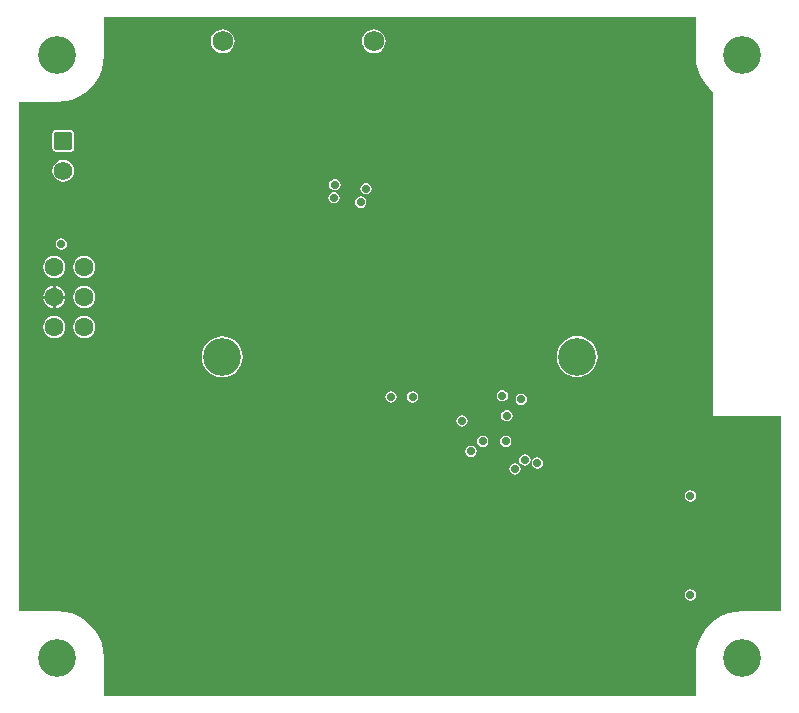
<source format=gbr>
%TF.GenerationSoftware,Altium Limited,Altium Designer,20.1.8 (145)*%
G04 Layer_Physical_Order=3*
G04 Layer_Color=16440176*
%FSLAX45Y45*%
%MOMM*%
%TF.SameCoordinates,F34F671C-B0F6-4AC1-94B4-1D61ADA518EE*%
%TF.FilePolarity,Positive*%
%TF.FileFunction,Copper,L3,Inr,Signal*%
%TF.Part,Single*%
G01*
G75*
%TA.AperFunction,ComponentPad*%
G04:AMPARAMS|DCode=32|XSize=1.58mm|YSize=1.58mm|CornerRadius=0.158mm|HoleSize=0mm|Usage=FLASHONLY|Rotation=0.000|XOffset=0mm|YOffset=0mm|HoleType=Round|Shape=RoundedRectangle|*
%AMROUNDEDRECTD32*
21,1,1.58000,1.26400,0,0,0.0*
21,1,1.26400,1.58000,0,0,0.0*
1,1,0.31600,0.63200,-0.63200*
1,1,0.31600,-0.63200,-0.63200*
1,1,0.31600,-0.63200,0.63200*
1,1,0.31600,0.63200,0.63200*
%
%ADD32ROUNDEDRECTD32*%
%ADD33C,1.58000*%
%ADD34C,3.20000*%
%ADD35C,1.75000*%
%ADD36C,1.50000*%
%ADD37C,1.60000*%
%TA.AperFunction,WasherPad*%
%ADD38C,3.20000*%
%TA.AperFunction,ViaPad*%
%ADD39C,0.70000*%
G36*
X5756872Y5450000D02*
X5756005D01*
X5760856Y5388365D01*
X5775289Y5328249D01*
X5798948Y5271130D01*
X5831251Y5218416D01*
X5871404Y5171403D01*
X5904127Y5143455D01*
Y4774116D01*
X5904104Y4774000D01*
Y3274000D01*
X5904127Y3273886D01*
X5904127Y2400000D01*
X6474104Y2400000D01*
Y743128D01*
X6150000D01*
Y743995D01*
X6088366Y739144D01*
X6028249Y724711D01*
X5971130Y701052D01*
X5918416Y668748D01*
X5871404Y628596D01*
X5831251Y581584D01*
X5798948Y528870D01*
X5775289Y471751D01*
X5760856Y411634D01*
X5756005Y350000D01*
X5756872D01*
Y25896D01*
X743128D01*
Y350000D01*
X743995D01*
X739144Y411634D01*
X724711Y471751D01*
X701052Y528870D01*
X668748Y581584D01*
X628596Y628596D01*
X581584Y668748D01*
X528870Y701052D01*
X471751Y724711D01*
X411634Y739144D01*
X350000Y743995D01*
Y743128D01*
X25896D01*
X25897Y5056872D01*
X350000D01*
Y5056005D01*
X411634Y5060856D01*
X471751Y5075289D01*
X528870Y5098948D01*
X581584Y5131251D01*
X628596Y5171403D01*
X668748Y5218416D01*
X701052Y5271130D01*
X724711Y5328249D01*
X739144Y5388365D01*
X743995Y5450000D01*
X743128D01*
Y5774104D01*
X5756872D01*
Y5450000D01*
D02*
G37*
%LPC*%
G36*
X3030000Y5671065D02*
X3003843Y5667621D01*
X2979468Y5657525D01*
X2958537Y5641463D01*
X2942475Y5620532D01*
X2932379Y5596157D01*
X2928935Y5570000D01*
X2932379Y5543843D01*
X2942475Y5519468D01*
X2958537Y5498537D01*
X2979468Y5482475D01*
X3003843Y5472379D01*
X3030000Y5468935D01*
X3056157Y5472379D01*
X3080532Y5482475D01*
X3101463Y5498537D01*
X3117525Y5519468D01*
X3127621Y5543843D01*
X3131065Y5570000D01*
X3127621Y5596157D01*
X3117525Y5620532D01*
X3101463Y5641463D01*
X3080532Y5657525D01*
X3056157Y5667621D01*
X3030000Y5671065D01*
D02*
G37*
G36*
X1750000D02*
X1723843Y5667621D01*
X1699468Y5657525D01*
X1678537Y5641463D01*
X1662475Y5620532D01*
X1652379Y5596157D01*
X1648935Y5570000D01*
X1652379Y5543843D01*
X1662475Y5519468D01*
X1678537Y5498537D01*
X1699468Y5482475D01*
X1723843Y5472379D01*
X1750000Y5468935D01*
X1776157Y5472379D01*
X1800532Y5482475D01*
X1821463Y5498537D01*
X1837525Y5519468D01*
X1847621Y5543843D01*
X1851065Y5570000D01*
X1847621Y5596157D01*
X1837525Y5620532D01*
X1821463Y5641463D01*
X1800532Y5657525D01*
X1776157Y5667621D01*
X1750000Y5671065D01*
D02*
G37*
G36*
X463200Y4819258D02*
X336800D01*
X325680Y4817046D01*
X316253Y4810747D01*
X309954Y4801320D01*
X307742Y4790200D01*
Y4663800D01*
X309954Y4652680D01*
X316253Y4643253D01*
X325680Y4636954D01*
X336800Y4634742D01*
X463200D01*
X474320Y4636954D01*
X483747Y4643253D01*
X490046Y4652680D01*
X492258Y4663800D01*
Y4790200D01*
X490046Y4801320D01*
X483747Y4810747D01*
X474320Y4817046D01*
X463200Y4819258D01*
D02*
G37*
G36*
X400000Y4565491D02*
X376061Y4562339D01*
X353754Y4553100D01*
X334599Y4538401D01*
X319900Y4519245D01*
X310661Y4496938D01*
X307509Y4473000D01*
X310661Y4449061D01*
X319900Y4426754D01*
X334599Y4407599D01*
X353754Y4392900D01*
X376061Y4383661D01*
X400000Y4380509D01*
X423938Y4383661D01*
X446245Y4392900D01*
X465401Y4407599D01*
X480100Y4426754D01*
X489339Y4449061D01*
X492491Y4473000D01*
X489339Y4496938D01*
X480100Y4519245D01*
X465401Y4538401D01*
X446245Y4553100D01*
X423938Y4562339D01*
X400000Y4565491D01*
D02*
G37*
G36*
X2698977Y4404760D02*
X2680365Y4401058D01*
X2664587Y4390516D01*
X2654044Y4374738D01*
X2650342Y4356126D01*
X2654044Y4337514D01*
X2664587Y4321736D01*
X2680365Y4311194D01*
X2698977Y4307492D01*
X2717588Y4311194D01*
X2733367Y4321736D01*
X2743909Y4337514D01*
X2747611Y4356126D01*
X2743909Y4374738D01*
X2733367Y4390516D01*
X2717588Y4401058D01*
X2698977Y4404760D01*
D02*
G37*
G36*
X2963540Y4369814D02*
X2944928Y4366112D01*
X2929150Y4355570D01*
X2918608Y4339792D01*
X2914906Y4321180D01*
X2918608Y4302568D01*
X2929150Y4286790D01*
X2944928Y4276248D01*
X2963540Y4272546D01*
X2982152Y4276248D01*
X2997930Y4286790D01*
X3008472Y4302568D01*
X3012174Y4321180D01*
X3008472Y4339792D01*
X2997930Y4355570D01*
X2982152Y4366112D01*
X2963540Y4369814D01*
D02*
G37*
G36*
X2693442Y4293281D02*
X2674831Y4289579D01*
X2659053Y4279037D01*
X2648510Y4263258D01*
X2644808Y4244647D01*
X2648510Y4226035D01*
X2659053Y4210257D01*
X2674831Y4199714D01*
X2693442Y4196012D01*
X2712054Y4199714D01*
X2727832Y4210257D01*
X2738375Y4226035D01*
X2742077Y4244647D01*
X2738375Y4263258D01*
X2727832Y4279037D01*
X2712054Y4289579D01*
X2693442Y4293281D01*
D02*
G37*
G36*
X2917820Y4255514D02*
X2899208Y4251812D01*
X2883430Y4241270D01*
X2872888Y4225492D01*
X2869186Y4206880D01*
X2872888Y4188268D01*
X2883430Y4172490D01*
X2899208Y4161948D01*
X2917820Y4158246D01*
X2936432Y4161948D01*
X2952210Y4172490D01*
X2962752Y4188268D01*
X2966454Y4206880D01*
X2962752Y4225492D01*
X2952210Y4241270D01*
X2936432Y4251812D01*
X2917820Y4255514D01*
D02*
G37*
G36*
X383884Y3900577D02*
X365273Y3896875D01*
X349495Y3886332D01*
X338952Y3870554D01*
X335250Y3851942D01*
X338952Y3833331D01*
X349495Y3817552D01*
X365273Y3807010D01*
X383884Y3803308D01*
X402496Y3807010D01*
X418274Y3817552D01*
X428817Y3833331D01*
X432519Y3851942D01*
X428817Y3870554D01*
X418274Y3886332D01*
X402496Y3896875D01*
X383884Y3900577D01*
D02*
G37*
G36*
X577801Y3751525D02*
X553602Y3748339D01*
X531052Y3738998D01*
X511687Y3724139D01*
X496828Y3704775D01*
X487488Y3682225D01*
X484302Y3658025D01*
X487488Y3633826D01*
X496828Y3611275D01*
X511687Y3591911D01*
X531052Y3577052D01*
X553602Y3567711D01*
X577801Y3564526D01*
X602001Y3567711D01*
X624551Y3577052D01*
X643916Y3591911D01*
X658775Y3611275D01*
X668115Y3633826D01*
X671301Y3658025D01*
X668115Y3682225D01*
X658775Y3704775D01*
X643916Y3724139D01*
X624551Y3738998D01*
X602001Y3748339D01*
X577801Y3751525D01*
D02*
G37*
G36*
X323801D02*
X299602Y3748339D01*
X277052Y3738998D01*
X257687Y3724139D01*
X242828Y3704775D01*
X233488Y3682225D01*
X230302Y3658025D01*
X233488Y3633826D01*
X242828Y3611275D01*
X257687Y3591911D01*
X277052Y3577052D01*
X299602Y3567711D01*
X323801Y3564526D01*
X348001Y3567711D01*
X370551Y3577052D01*
X389916Y3591911D01*
X404775Y3611275D01*
X414115Y3633826D01*
X417301Y3658025D01*
X414115Y3682225D01*
X404775Y3704775D01*
X389916Y3724139D01*
X370551Y3738998D01*
X348001Y3748339D01*
X323801Y3751525D01*
D02*
G37*
G36*
X336501Y3495853D02*
Y3416725D01*
X415629D01*
X414115Y3428225D01*
X404775Y3450775D01*
X389916Y3470139D01*
X370551Y3484998D01*
X348001Y3494339D01*
X336501Y3495853D01*
D02*
G37*
G36*
X311101Y3495853D02*
X299602Y3494339D01*
X277052Y3484998D01*
X257687Y3470139D01*
X242828Y3450775D01*
X233488Y3428225D01*
X231974Y3416725D01*
X311101D01*
Y3495853D01*
D02*
G37*
G36*
Y3391325D02*
X231974D01*
X233488Y3379826D01*
X242828Y3357275D01*
X257687Y3337911D01*
X277052Y3323052D01*
X299602Y3313711D01*
X311101Y3312198D01*
Y3391325D01*
D02*
G37*
G36*
X415629D02*
X336501D01*
Y3312197D01*
X348001Y3313711D01*
X370551Y3323052D01*
X389916Y3337911D01*
X404775Y3357275D01*
X414115Y3379826D01*
X415629Y3391325D01*
D02*
G37*
G36*
X577801Y3497525D02*
X553602Y3494339D01*
X531052Y3484998D01*
X511687Y3470139D01*
X496828Y3450775D01*
X487488Y3428225D01*
X484302Y3404025D01*
X487488Y3379826D01*
X496828Y3357275D01*
X511687Y3337911D01*
X531052Y3323052D01*
X553602Y3313711D01*
X577801Y3310526D01*
X602001Y3313711D01*
X624551Y3323052D01*
X643916Y3337911D01*
X658775Y3357275D01*
X668115Y3379826D01*
X671301Y3404025D01*
X668115Y3428225D01*
X658775Y3450775D01*
X643916Y3470139D01*
X624551Y3484998D01*
X602001Y3494339D01*
X577801Y3497525D01*
D02*
G37*
G36*
Y3243525D02*
X553602Y3240339D01*
X531052Y3230998D01*
X511687Y3216139D01*
X496828Y3196775D01*
X487488Y3174225D01*
X484302Y3150025D01*
X487488Y3125826D01*
X496828Y3103275D01*
X511687Y3083911D01*
X531052Y3069052D01*
X553602Y3059711D01*
X577801Y3056526D01*
X602001Y3059711D01*
X624551Y3069052D01*
X643916Y3083911D01*
X658775Y3103275D01*
X668115Y3125826D01*
X671301Y3150025D01*
X668115Y3174225D01*
X658775Y3196775D01*
X643916Y3216139D01*
X624551Y3230998D01*
X602001Y3240339D01*
X577801Y3243525D01*
D02*
G37*
G36*
X323801D02*
X299602Y3240339D01*
X277052Y3230998D01*
X257687Y3216139D01*
X242828Y3196775D01*
X233488Y3174225D01*
X230302Y3150025D01*
X233488Y3125826D01*
X242828Y3103275D01*
X257687Y3083911D01*
X277052Y3069052D01*
X299602Y3059711D01*
X323801Y3056526D01*
X348001Y3059711D01*
X370551Y3069052D01*
X389916Y3083911D01*
X404775Y3103275D01*
X414115Y3125826D01*
X417301Y3150025D01*
X414115Y3174225D01*
X404775Y3196775D01*
X389916Y3216139D01*
X370551Y3230998D01*
X348001Y3240339D01*
X323801Y3243525D01*
D02*
G37*
G36*
X4750000Y3073536D02*
X4716145Y3070201D01*
X4683591Y3060326D01*
X4653589Y3044290D01*
X4627292Y3022708D01*
X4605711Y2996411D01*
X4589674Y2966409D01*
X4579799Y2933855D01*
X4576465Y2900000D01*
X4579799Y2866145D01*
X4589674Y2833591D01*
X4605711Y2803589D01*
X4627292Y2777292D01*
X4653589Y2755711D01*
X4683591Y2739674D01*
X4716145Y2729799D01*
X4750000Y2726464D01*
X4783855Y2729799D01*
X4816409Y2739674D01*
X4846411Y2755711D01*
X4872708Y2777292D01*
X4894290Y2803589D01*
X4910326Y2833591D01*
X4920201Y2866145D01*
X4923536Y2900000D01*
X4920201Y2933855D01*
X4910326Y2966409D01*
X4894290Y2996411D01*
X4872708Y3022708D01*
X4846411Y3044290D01*
X4816409Y3060326D01*
X4783855Y3070201D01*
X4750000Y3073536D01*
D02*
G37*
G36*
X1747500Y3071036D02*
X1713645Y3067701D01*
X1681091Y3057826D01*
X1651089Y3041789D01*
X1624792Y3020208D01*
X1603210Y2993911D01*
X1587174Y2963909D01*
X1577299Y2931355D01*
X1573964Y2897500D01*
X1577299Y2863645D01*
X1587174Y2831091D01*
X1603210Y2801089D01*
X1624792Y2774792D01*
X1651089Y2753210D01*
X1681091Y2737174D01*
X1713645Y2727299D01*
X1747500Y2723964D01*
X1781355Y2727299D01*
X1813909Y2737174D01*
X1843911Y2753210D01*
X1870208Y2774792D01*
X1891789Y2801089D01*
X1907826Y2831091D01*
X1917701Y2863645D01*
X1921036Y2897500D01*
X1917701Y2931355D01*
X1907826Y2963909D01*
X1891789Y2993911D01*
X1870208Y3020208D01*
X1843911Y3041789D01*
X1813909Y3057826D01*
X1781355Y3067701D01*
X1747500Y3071036D01*
D02*
G37*
G36*
X4117340Y2617639D02*
X4098728Y2613937D01*
X4082950Y2603395D01*
X4072408Y2587616D01*
X4068706Y2569005D01*
X4072408Y2550393D01*
X4082950Y2534615D01*
X4098728Y2524072D01*
X4117340Y2520370D01*
X4135952Y2524072D01*
X4151730Y2534615D01*
X4162272Y2550393D01*
X4165974Y2569005D01*
X4162272Y2587616D01*
X4151730Y2603395D01*
X4135952Y2613937D01*
X4117340Y2617639D01*
D02*
G37*
G36*
X3357480Y2605497D02*
X3338869Y2601795D01*
X3323090Y2591253D01*
X3312548Y2575474D01*
X3308846Y2556863D01*
X3312548Y2538251D01*
X3323090Y2522473D01*
X3338869Y2511930D01*
X3357480Y2508228D01*
X3376092Y2511930D01*
X3391870Y2522473D01*
X3402413Y2538251D01*
X3406115Y2556863D01*
X3402413Y2575474D01*
X3391870Y2591253D01*
X3376092Y2601795D01*
X3357480Y2605497D01*
D02*
G37*
G36*
X3175000D02*
X3156388Y2601795D01*
X3140610Y2591253D01*
X3130068Y2575474D01*
X3126366Y2556863D01*
X3130068Y2538251D01*
X3140610Y2522473D01*
X3156388Y2511930D01*
X3175000Y2508228D01*
X3193612Y2511930D01*
X3209390Y2522473D01*
X3219932Y2538251D01*
X3223634Y2556863D01*
X3219932Y2575474D01*
X3209390Y2591253D01*
X3193612Y2601795D01*
X3175000Y2605497D01*
D02*
G37*
G36*
X4278754Y2585637D02*
X4260142Y2581935D01*
X4244364Y2571393D01*
X4233822Y2555614D01*
X4230120Y2537003D01*
X4233822Y2518391D01*
X4244364Y2502613D01*
X4260142Y2492070D01*
X4278754Y2488368D01*
X4297366Y2492070D01*
X4313144Y2502613D01*
X4323686Y2518391D01*
X4327388Y2537003D01*
X4323686Y2555614D01*
X4313144Y2571393D01*
X4297366Y2581935D01*
X4278754Y2585637D01*
D02*
G37*
G36*
X4155440Y2448921D02*
X4136828Y2445219D01*
X4121050Y2434676D01*
X4110508Y2418898D01*
X4106806Y2400286D01*
X4110508Y2381675D01*
X4121050Y2365896D01*
X4136828Y2355354D01*
X4155440Y2351652D01*
X4174052Y2355354D01*
X4189830Y2365896D01*
X4200372Y2381675D01*
X4204074Y2400286D01*
X4200372Y2418898D01*
X4189830Y2434676D01*
X4174052Y2445219D01*
X4155440Y2448921D01*
D02*
G37*
G36*
X3777200Y2401540D02*
X3758589Y2397838D01*
X3742811Y2387295D01*
X3732268Y2371517D01*
X3728566Y2352905D01*
X3732268Y2334294D01*
X3742811Y2318516D01*
X3758589Y2307973D01*
X3777200Y2304271D01*
X3795812Y2307973D01*
X3811590Y2318516D01*
X3822133Y2334294D01*
X3825835Y2352905D01*
X3822133Y2371517D01*
X3811590Y2387295D01*
X3795812Y2397838D01*
X3777200Y2401540D01*
D02*
G37*
G36*
X4145924Y2230104D02*
X4127312Y2226402D01*
X4111534Y2215859D01*
X4100992Y2200081D01*
X4097289Y2181470D01*
X4100992Y2162858D01*
X4111534Y2147080D01*
X4127312Y2136537D01*
X4145924Y2132835D01*
X4164535Y2136537D01*
X4180314Y2147080D01*
X4190856Y2162858D01*
X4194558Y2181470D01*
X4190856Y2200081D01*
X4180314Y2215859D01*
X4164535Y2226402D01*
X4145924Y2230104D01*
D02*
G37*
G36*
X3951026D02*
X3932414Y2226402D01*
X3916636Y2215859D01*
X3906094Y2200081D01*
X3902391Y2181470D01*
X3906094Y2162858D01*
X3916636Y2147080D01*
X3932414Y2136537D01*
X3951026Y2132835D01*
X3969637Y2136537D01*
X3985416Y2147080D01*
X3995958Y2162858D01*
X3999660Y2181470D01*
X3995958Y2200081D01*
X3985416Y2215859D01*
X3969637Y2226402D01*
X3951026Y2230104D01*
D02*
G37*
G36*
X3852331Y2145060D02*
X3833719Y2141358D01*
X3817941Y2130815D01*
X3807398Y2115037D01*
X3803696Y2096425D01*
X3807398Y2077814D01*
X3817941Y2062036D01*
X3833719Y2051493D01*
X3852331Y2047791D01*
X3870942Y2051493D01*
X3886720Y2062036D01*
X3897263Y2077814D01*
X3900965Y2096425D01*
X3897263Y2115037D01*
X3886720Y2130815D01*
X3870942Y2141358D01*
X3852331Y2145060D01*
D02*
G37*
G36*
X4307598Y2071480D02*
X4288987Y2067778D01*
X4273208Y2057236D01*
X4262666Y2041458D01*
X4258964Y2022846D01*
X4262666Y2004234D01*
X4273208Y1988456D01*
X4288987Y1977914D01*
X4307598Y1974212D01*
X4326210Y1977914D01*
X4341988Y1988456D01*
X4352531Y2004234D01*
X4356233Y2022846D01*
X4352531Y2041458D01*
X4341988Y2057236D01*
X4326210Y2067778D01*
X4307598Y2071480D01*
D02*
G37*
G36*
X4414162Y2048164D02*
X4395551Y2044462D01*
X4379773Y2033919D01*
X4369230Y2018141D01*
X4365528Y1999529D01*
X4369230Y1980918D01*
X4379773Y1965140D01*
X4395551Y1954597D01*
X4414162Y1950895D01*
X4432774Y1954597D01*
X4448552Y1965140D01*
X4459095Y1980918D01*
X4462797Y1999529D01*
X4459095Y2018141D01*
X4448552Y2033919D01*
X4432774Y2044462D01*
X4414162Y2048164D01*
D02*
G37*
G36*
X4226560Y1995874D02*
X4207948Y1992172D01*
X4192170Y1981630D01*
X4181628Y1965852D01*
X4177926Y1947240D01*
X4181628Y1928628D01*
X4192170Y1912850D01*
X4207948Y1902308D01*
X4226560Y1898606D01*
X4245172Y1902308D01*
X4260950Y1912850D01*
X4271492Y1928628D01*
X4275194Y1947240D01*
X4271492Y1965852D01*
X4260950Y1981630D01*
X4245172Y1992172D01*
X4226560Y1995874D01*
D02*
G37*
G36*
X5710581Y1768634D02*
X5691970Y1764932D01*
X5676192Y1754390D01*
X5665649Y1738611D01*
X5661947Y1720000D01*
X5665649Y1701388D01*
X5676192Y1685610D01*
X5691970Y1675068D01*
X5710581Y1671365D01*
X5729193Y1675068D01*
X5744971Y1685610D01*
X5755514Y1701388D01*
X5759216Y1720000D01*
X5755514Y1738611D01*
X5744971Y1754390D01*
X5729193Y1764932D01*
X5710581Y1768634D01*
D02*
G37*
G36*
Y928634D02*
X5691970Y924932D01*
X5676192Y914390D01*
X5665649Y898612D01*
X5661947Y880000D01*
X5665649Y861388D01*
X5676192Y845610D01*
X5691970Y835068D01*
X5710581Y831366D01*
X5729193Y835068D01*
X5744971Y845610D01*
X5755514Y861388D01*
X5759216Y880000D01*
X5755514Y898612D01*
X5744971Y914390D01*
X5729193Y924932D01*
X5710581Y928634D01*
D02*
G37*
%LPD*%
D32*
X400000Y4727000D02*
D03*
D33*
Y4473000D02*
D03*
D34*
X4750000Y2900000D02*
D03*
X1747500Y2897500D02*
D03*
D35*
X3030000Y5570000D02*
D03*
X1750000D02*
D03*
D36*
X3810000Y3810000D02*
D03*
X4064000D02*
D03*
X6096000Y2286000D02*
D03*
X2032000Y4318000D02*
D03*
X6350000Y2286000D02*
D03*
X508000Y1778000D02*
D03*
Y2032000D02*
D03*
X254000D02*
D03*
X6096000D02*
D03*
X5842000Y2286000D02*
D03*
Y2032000D02*
D03*
X254000Y1524000D02*
D03*
Y1778000D02*
D03*
X6350000Y2032000D02*
D03*
X508000Y1524000D02*
D03*
X2286000Y4318000D02*
D03*
D37*
X577801Y3658025D02*
D03*
Y3404025D02*
D03*
Y3150025D02*
D03*
X323801D02*
D03*
Y3404025D02*
D03*
Y3658025D02*
D03*
D38*
X6150000Y350000D02*
D03*
Y5450000D02*
D03*
X350000Y350000D02*
D03*
Y5450000D02*
D03*
D39*
X3388420Y3845091D02*
D03*
X3480019Y3733172D02*
D03*
X3388420Y3621253D02*
D03*
X2293572Y3674634D02*
D03*
X2199433Y3786553D02*
D03*
X2293571Y3895933D02*
D03*
X4278754Y2537003D02*
D03*
X4117340Y2569005D02*
D03*
X2703583Y3401400D02*
D03*
Y3491400D02*
D03*
X3852331Y2096425D02*
D03*
X3777200Y2352905D02*
D03*
X3951026Y2181470D02*
D03*
X2917820Y4206880D02*
D03*
X2693442Y4244647D02*
D03*
X3540019Y4514250D02*
D03*
X4122227Y4178297D02*
D03*
X2149927Y4701937D02*
D03*
X4207960Y4412980D02*
D03*
X4145924Y2181470D02*
D03*
X4155440Y2400286D02*
D03*
X4307598Y2022846D02*
D03*
X4414162Y1999529D02*
D03*
X4226560Y1947240D02*
D03*
X3175000Y2556863D02*
D03*
X2552473Y2899861D02*
D03*
X2953760Y2795000D02*
D03*
X2929813Y3086231D02*
D03*
X2885505Y3829453D02*
D03*
X3086430Y2869160D02*
D03*
Y2940280D02*
D03*
X3086100Y3829453D02*
D03*
X3357480Y2556863D02*
D03*
X3400000Y2724760D02*
D03*
X3413570Y2869160D02*
D03*
Y2940280D02*
D03*
X3543917Y2795000D02*
D03*
X3949780Y2900000D02*
D03*
X3128090Y3461057D02*
D03*
X3100000Y3071254D02*
D03*
X3400000D02*
D03*
X3351590Y3461057D02*
D03*
X3543917Y3005000D02*
D03*
X2643551Y2786750D02*
D03*
X3025000Y2724760D02*
D03*
X3474000D02*
D03*
X3858320Y2786005D02*
D03*
X3239840Y3552520D02*
D03*
X2643551Y3013250D02*
D03*
X3475000Y3071254D02*
D03*
X3858320Y3011500D02*
D03*
X2698977Y4356126D02*
D03*
X2879191Y4324435D02*
D03*
X5710581Y880000D02*
D03*
X2756982Y4189862D02*
D03*
X2879191Y4132172D02*
D03*
X2758391Y4414589D02*
D03*
X2963540Y4321180D02*
D03*
X383884Y3851942D02*
D03*
X1165948Y5139237D02*
D03*
X5484271Y5058983D02*
D03*
X5598000Y5153983D02*
D03*
X5711729Y5058983D02*
D03*
X6215380Y880000D02*
D03*
Y1720000D02*
D03*
X2953379Y5184477D02*
D03*
X2583574Y5552156D02*
D03*
Y5397844D02*
D03*
X2503279Y5549616D02*
D03*
X2480418Y5474999D02*
D03*
X2686729D02*
D03*
X2663869Y5549616D02*
D03*
X2503280Y5400384D02*
D03*
X2663869D02*
D03*
X2841629Y5275940D02*
D03*
X2728379Y5184477D02*
D03*
X2416308Y4914237D02*
D03*
X1259999Y3788026D02*
D03*
X1170940Y3876936D02*
D03*
X1081881Y3788026D02*
D03*
X2171933Y5184478D02*
D03*
X1946933Y5209878D02*
D03*
X2060183Y5301341D02*
D03*
X2213173Y4914237D02*
D03*
X1907250Y4914237D02*
D03*
X4952920Y4340600D02*
D03*
X5710581Y1720000D02*
D03*
X4776475Y3488366D02*
D03*
Y3413750D02*
D03*
X4783184Y4694668D02*
D03*
Y4615600D02*
D03*
X4958000Y4694668D02*
D03*
X5758000Y3704833D02*
D03*
Y3622716D02*
D03*
Y3869066D02*
D03*
Y3786950D02*
D03*
Y4115416D02*
D03*
Y4033300D02*
D03*
Y4279650D02*
D03*
Y4197533D02*
D03*
Y4443883D02*
D03*
X5853000Y4694668D02*
D03*
X5758000D02*
D03*
X4776475Y3339135D02*
D03*
X4783080Y4340600D02*
D03*
X4924980Y3339135D02*
D03*
X4958000Y4531612D02*
D03*
X5158213Y3718380D02*
D03*
X5160500Y3922971D02*
D03*
Y4120471D02*
D03*
X5158213Y4322820D02*
D03*
X5357999Y3718380D02*
D03*
X5358000Y3922971D02*
D03*
Y4120471D02*
D03*
X5357999Y4322820D02*
D03*
X5557786Y3718380D02*
D03*
X5556276Y3922971D02*
D03*
Y4120471D02*
D03*
X5557786Y4322820D02*
D03*
X5853000Y3339578D02*
D03*
X5766979Y3339578D02*
D03*
X5758000Y3540600D02*
D03*
Y3951183D02*
D03*
Y4361766D02*
D03*
Y4526000D02*
D03*
X4863000Y4694668D02*
D03*
X5058320Y3819119D02*
D03*
X5259196Y3823100D02*
D03*
X5456696D02*
D03*
X5657680Y3819120D02*
D03*
X5058320Y4020599D02*
D03*
X5259196Y4020600D02*
D03*
X5457893D02*
D03*
X5657680Y4020600D02*
D03*
X5058320Y4222078D02*
D03*
X5259196Y4218100D02*
D03*
X5456696D02*
D03*
X5657680Y4222079D02*
D03*
X5678000Y4694668D02*
D03*
X4850728Y3339135D02*
D03*
X5058320Y3718380D02*
D03*
X5258106D02*
D03*
X5457893D02*
D03*
X5657679D02*
D03*
X5058320Y3919859D02*
D03*
X5259196Y3922971D02*
D03*
X5456696D02*
D03*
X5657680Y3919860D02*
D03*
X5058320Y4121338D02*
D03*
X5259196Y4120471D02*
D03*
X5456696D02*
D03*
X5657680Y4121339D02*
D03*
X5058320Y4322818D02*
D03*
X5258106Y4322820D02*
D03*
X5457893D02*
D03*
X5657679Y4322819D02*
D03*
X5678000Y4526000D02*
D03*
%TF.MD5,a3d14657c2c695e13c017813a8b790bf*%
M02*

</source>
